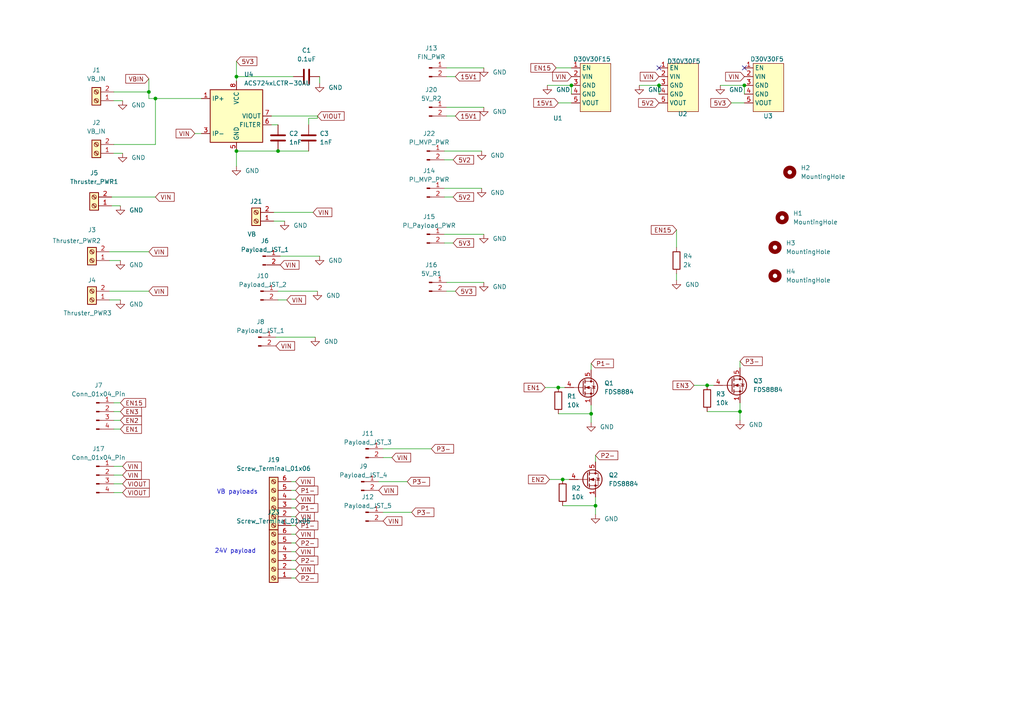
<source format=kicad_sch>
(kicad_sch (version 20231120) (generator "eeschema") (generator_version "8.0")
  (paper "A4")
  (lib_symbols
    (symbol "Connector:Conn_01x02_Male" (pin_names (offset 1.016) hide)
      (property "Reference" "J" (at 0 2.54 0))
      (property "Value" "Conn_01x02_Male" (at 0 -5.08 0))
      (symbol "Conn_01x02_Male_1_1"
        (polyline (pts (xy 1.27 -2.54) (xy 0.8636 -2.54)) (stroke (width 0.1524)))
        (polyline (pts (xy 1.27 0) (xy 0.8636 0)) (stroke (width 0.1524)))
        (rectangle (start 0.8636 -2.413) (end 0 -2.667) (stroke (width 0.1524)) (fill (type outline)))
        (rectangle (start 0.8636 0.127) (end 0 -0.127) (stroke (width 0.1524)) (fill (type outline)))
        (pin passive line (at 5.08 0 180) (length 3.81) (name "Pin_1") (number "1"))
        (pin passive line (at 5.08 -2.54 180) (length 3.81) (name "Pin_2") (number "2"))
      )
    )
    (symbol "Connector:Conn_01x04_Pin" (pin_names (offset 1.016) hide)
      (property "Reference" "J" (at 0 5.08 0))
      (property "Value" "Conn_01x04_Pin" (at 0 -7.62 0))
      (symbol "Conn_01x04_Pin_1_1"
        (polyline (pts (xy 1.27 -5.08) (xy 0.8636 -5.08)) (stroke (width 0.1524)))
        (polyline (pts (xy 1.27 -2.54) (xy 0.8636 -2.54)) (stroke (width 0.1524)))
        (polyline (pts (xy 1.27 0) (xy 0.8636 0)) (stroke (width 0.1524)))
        (polyline (pts (xy 1.27 2.54) (xy 0.8636 2.54)) (stroke (width 0.1524)))
        (rectangle (start 0.8636 -4.953) (end 0 -5.207) (stroke (width 0.1524)) (fill (type outline)))
        (rectangle (start 0.8636 -2.413) (end 0 -2.667) (stroke (width 0.1524)) (fill (type outline)))
        (rectangle (start 0.8636 0.127) (end 0 -0.127) (stroke (width 0.1524)) (fill (type outline)))
        (rectangle (start 0.8636 2.667) (end 0 2.413) (stroke (width 0.1524)) (fill (type outline)))
        (pin passive line (at 5.08 2.54 180) (length 3.81) (name "Pin_1") (number "1"))
        (pin passive line (at 5.08 0 180) (length 3.81) (name "Pin_2") (number "2"))
        (pin passive line (at 5.08 -2.54 180) (length 3.81) (name "Pin_3") (number "3"))
        (pin passive line (at 5.08 -5.08 180) (length 3.81) (name "Pin_4") (number "4"))
      )
    )
    (symbol "Connector:Screw_Terminal_01x02" (pin_names (offset 1.016) hide)
      (property "Reference" "J" (at 0 2.54 0))
      (property "Value" "Screw_Terminal_01x02" (at 0 -5.08 0))
      (symbol "Screw_Terminal_01x02_1_1"
        (rectangle (start -1.27 1.27) (end 1.27 -3.81) (stroke (width 0.254)) (fill (type background)))
        (circle (center 0 -2.54) (radius 0.635) (stroke (width 0.1524)))
        (polyline (pts (xy -0.5334 -2.2098) (xy 0.3302 -3.048)) (stroke (width 0.1524)))
        (polyline (pts (xy -0.5334 0.3302) (xy 0.3302 -0.508)) (stroke (width 0.1524)))
        (polyline (pts (xy -0.3556 -2.032) (xy 0.508 -2.8702)) (stroke (width 0.1524)))
        (polyline (pts (xy -0.3556 0.508) (xy 0.508 -0.3302)) (stroke (width 0.1524)))
        (circle (center 0 0) (radius 0.635) (stroke (width 0.1524)))
        (pin passive line (at -5.08 0 0) (length 3.81) (name "Pin_1") (number "1"))
        (pin passive line (at -5.08 -2.54 0) (length 3.81) (name "Pin_2") (number "2"))
      )
    )
    (symbol "Connector:Screw_Terminal_01x06" (pin_names (offset 1.016) hide)
      (property "Reference" "J" (at 0 7.62 0))
      (property "Value" "Screw_Terminal_01x06" (at 0 -10.16 0))
      (symbol "Screw_Terminal_01x06_1_1"
        (rectangle (start -1.27 6.35) (end 1.27 -8.89) (stroke (width 0.254)) (fill (type background)))
        (circle (center 0 -7.62) (radius 0.635) (stroke (width 0.1524)))
        (circle (center 0 -5.08) (radius 0.635) (stroke (width 0.1524)))
        (circle (center 0 -2.54) (radius 0.635) (stroke (width 0.1524)))
        (polyline (pts (xy -0.5334 -7.2898) (xy 0.3302 -8.128)) (stroke (width 0.1524)))
        (polyline (pts (xy -0.5334 -4.7498) (xy 0.3302 -5.588)) (stroke (width 0.1524)))
        (polyline (pts (xy -0.5334 -2.2098) (xy 0.3302 -3.048)) (stroke (width 0.1524)))
        (polyline (pts (xy -0.5334 0.3302) (xy 0.3302 -0.508)) (stroke (width 0.1524)))
        (polyline (pts (xy -0.5334 2.8702) (xy 0.3302 2.032)) (stroke (width 0.1524)))
        (polyline (pts (xy -0.5334 5.4102) (xy 0.3302 4.572)) (stroke (width 0.1524)))
        (polyline (pts (xy -0.3556 -7.112) (xy 0.508 -7.9502)) (stroke (width 0.1524)))
        (polyline (pts (xy -0.3556 -4.572) (xy 0.508 -5.4102)) (stroke (width 0.1524)))
        (polyline (pts (xy -0.3556 -2.032) (xy 0.508 -2.8702)) (stroke (width 0.1524)))
        (polyline (pts (xy -0.3556 0.508) (xy 0.508 -0.3302)) (stroke (width 0.1524)))
        (polyline (pts (xy -0.3556 3.048) (xy 0.508 2.2098)) (stroke (width 0.1524)))
        (polyline (pts (xy -0.3556 5.588) (xy 0.508 4.7498)) (stroke (width 0.1524)))
        (circle (center 0 0) (radius 0.635) (stroke (width 0.1524)))
        (circle (center 0 2.54) (radius 0.635) (stroke (width 0.1524)))
        (circle (center 0 5.08) (radius 0.635) (stroke (width 0.1524)))
        (pin passive line (at -5.08 5.08 0) (length 3.81) (name "Pin_1") (number "1"))
        (pin passive line (at -5.08 2.54 0) (length 3.81) (name "Pin_2") (number "2"))
        (pin passive line (at -5.08 0 0) (length 3.81) (name "Pin_3") (number "3"))
        (pin passive line (at -5.08 -2.54 0) (length 3.81) (name "Pin_4") (number "4"))
        (pin passive line (at -5.08 -5.08 0) (length 3.81) (name "Pin_5") (number "5"))
        (pin passive line (at -5.08 -7.62 0) (length 3.81) (name "Pin_6") (number "6"))
      )
    )
    (symbol "Device:C" (pin_numbers hide) (pin_names (offset 0.254))
      (property "Reference" "C" (at 0.635 2.54 0))
      (property "Value" "C" (at 0.635 -2.54 0))
      (symbol "C_0_1"
        (polyline (pts (xy -2.032 -0.762) (xy 2.032 -0.762)) (stroke (width 0.508)))
        (polyline (pts (xy -2.032 0.762) (xy 2.032 0.762)) (stroke (width 0.508)))
      )
      (symbol "C_1_1"
        (pin passive line (at 0 3.81 270) (length 2.794) (name "~") (number "1"))
        (pin passive line (at 0 -3.81 90) (length 2.794) (name "~") (number "2"))
      )
    )
    (symbol "Device:R" (pin_numbers hide) (pin_names (offset 0))
      (property "Reference" "R" (at 2.032 0 90))
      (property "Value" "R" (at 0 0 90))
      (symbol "R_0_1"
        (rectangle (start -1.016 -2.54) (end 1.016 2.54) (stroke (width 0.254)))
      )
      (symbol "R_1_1"
        (pin passive line (at 0 3.81 270) (length 1.27) (name "~") (number "1"))
        (pin passive line (at 0 -3.81 90) (length 1.27) (name "~") (number "2"))
      )
    )
    (symbol "Mechanical:MountingHole" (pin_names (offset 1.016))
      (property "Reference" "H" (at 0 5.08 0))
      (property "Value" "MountingHole" (at 0 3.175 0))
      (symbol "MountingHole_0_1"
        (circle (center 0 0) (radius 1.27) (stroke (width 1.27)))
      )
    )
    (symbol "Pololu:D36V28F5"
      (property "Reference" "U" (at -5.08 -1.27 0))
      (property "Value" "D36V28F5" (at -2.54 -3.81 0))
      (symbol "D36V28F5_0_1"
        (rectangle (start 0 13.97) (end 8.89 0) (fill (type background)))
      )
      (symbol "D36V28F5_1_1"
        (pin input line (at 11.43 1.27 180) (length 2.54) (name "EN") (number "1"))
        (pin input line (at 11.43 3.81 180) (length 2.54) (name "VIN") (number "2"))
        (pin input line (at 11.43 6.35 180) (length 2.54) (name "GND") (number "3"))
        (pin input line (at 11.43 8.89 180) (length 2.54) (name "GND") (number "4"))
        (pin input line (at 11.43 11.43 180) (length 2.54) (name "VOUT") (number "5"))
      )
    )
    (symbol "Sensor_Current:ACS724xLCTR-30AU"
      (property "Reference" "U" (at 2.54 11.43 0))
      (property "Value" "ACS724xLCTR-30AU" (at 2.54 8.89 0))
      (symbol "ACS724xLCTR-30AU_0_1"
        (rectangle (start -7.62 7.62) (end 7.62 -7.62) (stroke (width 0.254)) (fill (type background)))
      )
      (symbol "ACS724xLCTR-30AU_1_1"
        (pin passive line (at -10.16 5.08 0) (length 2.54) (name "IP+") (number "1"))
        (pin passive line (at -10.16 5.08 0) (length 2.54) hide (name "IP+") (number "2"))
        (pin passive line (at -10.16 -5.08 0) (length 2.54) (name "IP-") (number "3"))
        (pin passive line (at -10.16 -5.08 0) (length 2.54) hide (name "IP-") (number "4"))
        (pin power_in line (at 0 -10.16 90) (length 2.54) (name "GND") (number "5"))
        (pin passive line (at 10.16 -2.54 180) (length 2.54) (name "FILTER") (number "6"))
        (pin output line (at 10.16 0 180) (length 2.54) (name "VIOUT") (number "7"))
        (pin power_in line (at 0 10.16 270) (length 2.54) (name "VCC") (number "8"))
      )
    )
    (symbol "Transistor_FET:FDS2734" (pin_names hide)
      (property "Reference" "Q" (at 5.08 2.54 0))
      (property "Value" "FDS2734" (at 5.08 0 0))
      (symbol "FDS2734_0_1"
        (polyline (pts (xy 0.254 0) (xy -2.54 0)))
        (polyline (pts (xy 0.254 1.905) (xy 0.254 -1.905)) (stroke (width 0.254)))
        (polyline (pts (xy 0.762 -1.27) (xy 0.762 -2.286)) (stroke (width 0.254)))
        (polyline (pts (xy 0.762 0.508) (xy 0.762 -0.508)) (stroke (width 0.254)))
        (polyline (pts (xy 0.762 2.286) (xy 0.762 1.27)) (stroke (width 0.254)))
        (polyline (pts (xy 2.54 2.54) (xy 2.54 1.778)))
        (polyline (pts (xy 2.54 -2.54) (xy 2.54 0) (xy 0.762 0)))
        (polyline (pts (xy 0.762 -1.778) (xy 3.302 -1.778) (xy 3.302 1.778) (xy 0.762 1.778)))
        (polyline (pts (xy 1.016 0) (xy 2.032 0.381) (xy 2.032 -0.381) (xy 1.016 0)) (fill (type outline)))
        (polyline (pts (xy 2.794 0.508) (xy 2.921 0.381) (xy 3.683 0.381) (xy 3.81 0.254)))
        (polyline (pts (xy 3.302 0.381) (xy 2.921 -0.254) (xy 3.683 -0.254) (xy 3.302 0.381)))
        (circle (center 1.651 0) (radius 2.794) (stroke (width 0.254)))
        (circle (center 2.54 -1.778) (radius 0.254) (fill (type outline)))
        (circle (center 2.54 1.778) (radius 0.254) (fill (type outline)))
      )
      (symbol "FDS2734_1_1"
        (pin passive line (at 2.54 -5.08 90) (length 2.54) (name "S") (number "1"))
        (pin passive line (at 2.54 -5.08 90) (length 2.54) hide (name "S") (number "2"))
        (pin passive line (at 2.54 -5.08 90) (length 2.54) hide (name "S") (number "3"))
        (pin input line (at -5.08 0 0) (length 2.54) (name "G") (number "4"))
        (pin passive line (at 2.54 5.08 270) (length 2.54) (name "D") (number "5"))
        (pin passive line (at 2.54 5.08 270) (length 2.54) hide (name "D") (number "6"))
        (pin passive line (at 2.54 5.08 270) (length 2.54) hide (name "D") (number "7"))
        (pin passive line (at 2.54 5.08 270) (length 2.54) hide (name "D") (number "8"))
      )
    )
    (symbol "power:GND" (power) (pin_names (offset 0))
      (property "Value" "GND" (at 0 -3.81 0))
      (symbol "GND_0_1"
        (polyline (pts (xy 0 0) (xy 0 -1.27) (xy 1.27 -1.27) (xy 0 -2.54) (xy -1.27 -1.27) (xy 0 -1.27)))
      )
      (symbol "GND_1_1"
        (pin power_in line (at 0 0 270) (length 0) hide (name "GND") (number "1"))
      )
    )
  )
  (junction (at 171.45 120.015))
  (junction (at 68.58 43.815))
  (junction (at 80.645 43.815))
  (junction (at 68.58 22.225))
  (junction (at 172.72 146.685))
  (junction (at 205.105 111.76))
  (junction (at 215.9 24.765))
  (junction (at 161.925 112.395))
  (junction (at 163.195 139.065))
  (junction (at 214.63 119.38))
  (junction (at 43.18 26.67))
  (junction (at 191.135 24.765))
  (junction (at 165.735 24.765))
  (junction (at 45.085 28.575))
  (no_connect (at 215.9 19.685))
  (no_connect (at 191.135 19.685))
  (wire (pts (xy 132.08 22.225) (xy 129.54 22.225)))
  (wire (pts (xy 92.075 34.29) (xy 89.535 34.29)))
  (wire (pts (xy 172.72 144.145) (xy 172.72 146.685)))
  (wire (pts (xy 109.855 139.7) (xy 118.11 139.7)))
  (wire (pts (xy 85.725 147.32) (xy 84.455 147.32)))
  (wire (pts (xy 85.725 154.94) (xy 84.455 154.94)))
  (wire (pts (xy 214.63 116.84) (xy 214.63 119.38)))
  (wire (pts (xy 43.18 73.025) (xy 31.75 73.025)))
  (wire (pts (xy 45.085 57.15) (xy 32.385 57.15)))
  (wire (pts (xy 83.185 86.995) (xy 80.645 86.995)))
  (wire (pts (xy 35.56 29.21) (xy 33.02 29.21)))
  (wire (pts (xy 43.18 28.575) (xy 43.18 26.67)))
  (wire (pts (xy 85.725 149.86) (xy 84.455 149.86)))
  (wire (pts (xy 35.56 135.255) (xy 33.02 135.255)))
  (wire (pts (xy 129.54 19.685) (xy 140.335 19.685)))
  (wire (pts (xy 163.195 139.065) (xy 165.1 139.065)))
  (wire (pts (xy 129.54 31.115) (xy 140.335 31.115)))
  (wire (pts (xy 132.08 84.455) (xy 129.54 84.455)))
  (wire (pts (xy 92.075 33.655) (xy 92.075 34.29)))
  (wire (pts (xy 85.725 152.4) (xy 84.455 152.4)))
  (wire (pts (xy 35.56 142.875) (xy 33.02 142.875)))
  (wire (pts (xy 131.445 57.15) (xy 128.905 57.15)))
  (wire (pts (xy 208.915 24.765) (xy 215.9 24.765)))
  (wire (pts (xy 34.925 119.38) (xy 33.02 119.38)))
  (wire (pts (xy 215.9 24.765) (xy 215.9 27.305)))
  (wire (pts (xy 91.44 97.79) (xy 80.01 97.79)))
  (wire (pts (xy 34.925 59.69) (xy 32.385 59.69)))
  (wire (pts (xy 196.215 66.675) (xy 196.215 71.755)))
  (wire (pts (xy 172.72 132.08) (xy 172.72 133.985)))
  (wire (pts (xy 191.135 24.765) (xy 191.135 27.305)))
  (wire (pts (xy 165.735 24.765) (xy 165.735 27.305)))
  (wire (pts (xy 82.55 64.135) (xy 79.375 64.135)))
  (wire (pts (xy 214.63 104.775) (xy 214.63 106.68)))
  (wire (pts (xy 205.105 111.76) (xy 207.01 111.76)))
  (wire (pts (xy 68.58 43.815) (xy 80.645 43.815)))
  (wire (pts (xy 68.58 22.225) (xy 85.09 22.225)))
  (wire (pts (xy 111.125 130.175) (xy 125.095 130.175)))
  (wire (pts (xy 196.215 81.28) (xy 196.215 79.375)))
  (wire (pts (xy 89.535 34.29) (xy 89.535 36.195)))
  (wire (pts (xy 214.63 119.38) (xy 214.63 121.92)))
  (wire (pts (xy 33.02 26.67) (xy 43.18 26.67)))
  (wire (pts (xy 85.725 144.78) (xy 84.455 144.78)))
  (wire (pts (xy 212.09 29.845) (xy 215.9 29.845)))
  (wire (pts (xy 90.805 61.595) (xy 79.375 61.595)))
  (wire (pts (xy 35.56 140.335) (xy 33.02 140.335)))
  (wire (pts (xy 205.105 119.38) (xy 214.63 119.38)))
  (wire (pts (xy 158.75 24.765) (xy 165.735 24.765)))
  (wire (pts (xy 185.42 24.765) (xy 191.135 24.765)))
  (wire (pts (xy 201.295 111.76) (xy 205.105 111.76)))
  (wire (pts (xy 35.56 44.45) (xy 33.02 44.45)))
  (wire (pts (xy 172.72 146.685) (xy 172.72 149.225)))
  (wire (pts (xy 85.725 162.56) (xy 84.455 162.56)))
  (wire (pts (xy 85.725 157.48) (xy 84.455 157.48)))
  (wire (pts (xy 171.45 120.015) (xy 171.45 122.555)))
  (wire (pts (xy 158.115 112.395) (xy 161.925 112.395)))
  (wire (pts (xy 161.29 19.685) (xy 165.735 19.685)))
  (wire (pts (xy 129.54 81.915) (xy 140.335 81.915)))
  (wire (pts (xy 34.925 121.92) (xy 33.02 121.92)))
  (wire (pts (xy 161.925 112.395) (xy 163.83 112.395)))
  (wire (pts (xy 131.445 70.485) (xy 128.905 70.485)))
  (wire (pts (xy 161.925 120.015) (xy 171.45 120.015)))
  (wire (pts (xy 85.725 139.7) (xy 84.455 139.7)))
  (wire (pts (xy 80.645 43.815) (xy 89.535 43.815)))
  (wire (pts (xy 92.71 74.295) (xy 81.28 74.295)))
  (wire (pts (xy 111.125 148.59) (xy 119.38 148.59)))
  (wire (pts (xy 35.56 137.795) (xy 33.02 137.795)))
  (wire (pts (xy 163.195 146.685) (xy 172.72 146.685)))
  (wire (pts (xy 34.925 75.565) (xy 31.75 75.565)))
  (wire (pts (xy 159.385 139.065) (xy 163.195 139.065)))
  (wire (pts (xy 34.925 124.46) (xy 33.02 124.46)))
  (wire (pts (xy 68.58 48.26) (xy 68.58 43.815)))
  (wire (pts (xy 34.925 116.84) (xy 33.02 116.84)))
  (wire (pts (xy 78.74 33.655) (xy 92.075 33.655)))
  (wire (pts (xy 33.02 41.91) (xy 45.085 41.91)))
  (wire (pts (xy 85.725 167.64) (xy 84.455 167.64)))
  (wire (pts (xy 68.58 22.225) (xy 68.58 23.495)))
  (wire (pts (xy 128.905 43.815) (xy 139.7 43.815)))
  (wire (pts (xy 43.18 22.86) (xy 43.18 26.67)))
  (wire (pts (xy 161.925 29.845) (xy 165.735 29.845)))
  (wire (pts (xy 45.085 41.91) (xy 45.085 28.575)))
  (wire (pts (xy 85.725 160.02) (xy 84.455 160.02)))
  (wire (pts (xy 131.445 46.355) (xy 128.905 46.355)))
  (wire (pts (xy 56.515 38.735) (xy 58.42 38.735)))
  (wire (pts (xy 128.905 67.945) (xy 140.335 67.945)))
  (wire (pts (xy 68.58 17.78) (xy 68.58 22.225)))
  (wire (pts (xy 43.18 28.575) (xy 45.085 28.575)))
  (wire (pts (xy 92.71 22.225) (xy 92.71 24.13)))
  (wire (pts (xy 128.905 54.61) (xy 139.7 54.61)))
  (wire (pts (xy 113.665 132.715) (xy 111.125 132.715)))
  (wire (pts (xy 132.08 33.655) (xy 129.54 33.655)))
  (wire (pts (xy 80.645 36.195) (xy 78.74 36.195)))
  (wire (pts (xy 80.645 84.455) (xy 92.075 84.455)))
  (wire (pts (xy 171.45 117.475) (xy 171.45 120.015)))
  (wire (pts (xy 34.925 86.995) (xy 31.75 86.995)))
  (wire (pts (xy 171.45 105.41) (xy 171.45 107.315)))
  (wire (pts (xy 85.725 165.1) (xy 84.455 165.1)))
  (wire (pts (xy 85.725 142.24) (xy 84.455 142.24)))
  (wire (pts (xy 45.085 28.575) (xy 58.42 28.575)))
  (wire (pts (xy 43.18 84.455) (xy 31.75 84.455)))
  (text "VB payloads" (at 62.865 143.51 0) (effects (font (size 1.27 1.27)) (justify left bottom)))
  (text "24V payload" (at 62.23 160.655 0) (effects (font (size 1.27 1.27)) (justify left bottom)))
  (global_label "P3-" (shape input) (at 125.095 130.175 0) (property "Intersheetrefs" "${INTERSHEET_REFS}" (effects (hide yes))))
  (global_label "EN15" (shape input) (at 196.215 66.675 180) (property "Intersheetrefs" "${INTERSHEET_REFS}" (effects (hide yes))))
  (global_label "P1-" (shape input) (at 85.725 147.32 0) (property "Intersheetrefs" "${INTERSHEET_REFS}" (effects (hide yes))))
  (global_label "VIN" (shape input) (at 90.805 61.595 0) (property "Intersheetrefs" "${INTERSHEET_REFS}" (effects (hide yes))))
  (global_label "P2-" (shape input) (at 85.725 167.64 0) (property "Intersheetrefs" "${INTERSHEET_REFS}" (effects (hide yes))))
  (global_label "VIN" (shape input) (at 56.515 38.735 180) (property "Intersheetrefs" "${INTERSHEET_REFS}" (effects (hide yes))))
  (global_label "EN15" (shape input) (at 34.925 116.84 0) (property "Intersheetrefs" "${INTERSHEET_REFS}" (effects (hide yes))))
  (global_label "5V2" (shape input) (at 191.135 29.845 180) (property "Intersheetrefs" "${INTERSHEET_REFS}" (effects (hide yes))))
  (global_label "EN2" (shape input) (at 34.925 121.92 0) (property "Intersheetrefs" "${INTERSHEET_REFS}" (effects (hide yes))))
  (global_label "15V1" (shape input) (at 132.08 22.225 0) (property "Intersheetrefs" "${INTERSHEET_REFS}" (effects (hide yes))))
  (global_label "15V1" (shape input) (at 132.08 33.655 0) (property "Intersheetrefs" "${INTERSHEET_REFS}" (effects (hide yes))))
  (global_label "5V3" (shape input) (at 131.445 70.485 0) (property "Intersheetrefs" "${INTERSHEET_REFS}" (effects (hide yes))))
  (global_label "VIN" (shape input) (at 85.725 144.78 0) (property "Intersheetrefs" "${INTERSHEET_REFS}" (effects (hide yes))))
  (global_label "VIOUT" (shape input) (at 35.56 142.875 0) (property "Intersheetrefs" "${INTERSHEET_REFS}" (effects (hide yes))))
  (global_label "EN2" (shape input) (at 159.385 139.065 180) (property "Intersheetrefs" "${INTERSHEET_REFS}" (effects (hide yes))))
  (global_label "VIN" (shape input) (at 81.28 76.835 0) (property "Intersheetrefs" "${INTERSHEET_REFS}" (effects (hide yes))))
  (global_label "VIN" (shape input) (at 43.18 73.025 0) (property "Intersheetrefs" "${INTERSHEET_REFS}" (effects (hide yes))))
  (global_label "5V2" (shape input) (at 131.445 46.355 0) (property "Intersheetrefs" "${INTERSHEET_REFS}" (effects (hide yes))))
  (global_label "VIN" (shape input) (at 85.725 154.94 0) (property "Intersheetrefs" "${INTERSHEET_REFS}" (effects (hide yes))))
  (global_label "P2-" (shape input) (at 172.72 132.08 0) (property "Intersheetrefs" "${INTERSHEET_REFS}" (effects (hide yes))))
  (global_label "5V3" (shape input) (at 132.08 84.455 0) (property "Intersheetrefs" "${INTERSHEET_REFS}" (effects (hide yes))))
  (global_label "5V3" (shape input) (at 68.58 17.78 0) (property "Intersheetrefs" "${INTERSHEET_REFS}" (effects (hide yes))))
  (global_label "EN1" (shape input) (at 34.925 124.46 0) (property "Intersheetrefs" "${INTERSHEET_REFS}" (effects (hide yes))))
  (global_label "EN1" (shape input) (at 158.115 112.395 180) (property "Intersheetrefs" "${INTERSHEET_REFS}" (effects (hide yes))))
  (global_label "VIN" (shape input) (at 43.18 84.455 0) (property "Intersheetrefs" "${INTERSHEET_REFS}" (effects (hide yes))))
  (global_label "P1-" (shape input) (at 171.45 105.41 0) (property "Intersheetrefs" "${INTERSHEET_REFS}" (effects (hide yes))))
  (global_label "P3-" (shape input) (at 119.38 148.59 0) (property "Intersheetrefs" "${INTERSHEET_REFS}" (effects (hide yes))))
  (global_label "5V3" (shape input) (at 212.09 29.845 180) (property "Intersheetrefs" "${INTERSHEET_REFS}" (effects (hide yes))))
  (global_label "VIN" (shape input) (at 35.56 137.795 0) (property "Intersheetrefs" "${INTERSHEET_REFS}" (effects (hide yes))))
  (global_label "VIOUT" (shape input) (at 35.56 140.335 0) (property "Intersheetrefs" "${INTERSHEET_REFS}" (effects (hide yes))))
  (global_label "VIN" (shape input) (at 85.725 139.7 0) (property "Intersheetrefs" "${INTERSHEET_REFS}" (effects (hide yes))))
  (global_label "VIN" (shape input) (at 35.56 135.255 0) (property "Intersheetrefs" "${INTERSHEET_REFS}" (effects (hide yes))))
  (global_label "VIN" (shape input) (at 83.185 86.995 0) (property "Intersheetrefs" "${INTERSHEET_REFS}" (effects (hide yes))))
  (global_label "VIN" (shape input) (at 191.135 22.225 180) (property "Intersheetrefs" "${INTERSHEET_REFS}" (effects (hide yes))))
  (global_label "VBIN" (shape input) (at 43.18 22.86 180) (property "Intersheetrefs" "${INTERSHEET_REFS}" (effects (hide yes))))
  (global_label "VIN" (shape input) (at 113.665 132.715 0) (property "Intersheetrefs" "${INTERSHEET_REFS}" (effects (hide yes))))
  (global_label "VIN" (shape input) (at 85.725 149.86 0) (property "Intersheetrefs" "${INTERSHEET_REFS}" (effects (hide yes))))
  (global_label "VIOUT" (shape input) (at 92.075 33.655 0) (property "Intersheetrefs" "${INTERSHEET_REFS}" (effects (hide yes))))
  (global_label "EN15" (shape input) (at 161.29 19.685 180) (property "Intersheetrefs" "${INTERSHEET_REFS}" (effects (hide yes))))
  (global_label "P1-" (shape input) (at 85.725 152.4 0) (property "Intersheetrefs" "${INTERSHEET_REFS}" (effects (hide yes))))
  (global_label "P2-" (shape input) (at 85.725 157.48 0) (property "Intersheetrefs" "${INTERSHEET_REFS}" (effects (hide yes))))
  (global_label "P3-" (shape input) (at 214.63 104.775 0) (property "Intersheetrefs" "${INTERSHEET_REFS}" (effects (hide yes))))
  (global_label "VIN" (shape input) (at 85.725 160.02 0) (property "Intersheetrefs" "${INTERSHEET_REFS}" (effects (hide yes))))
  (global_label "P2-" (shape input) (at 85.725 162.56 0) (property "Intersheetrefs" "${INTERSHEET_REFS}" (effects (hide yes))))
  (global_label "VIN" (shape input) (at 45.085 57.15 0) (property "Intersheetrefs" "${INTERSHEET_REFS}" (effects (hide yes))))
  (global_label "VIN" (shape input) (at 215.9 22.225 180) (property "Intersheetrefs" "${INTERSHEET_REFS}" (effects (hide yes))))
  (global_label "VIN" (shape input) (at 165.735 22.225 180) (property "Intersheetrefs" "${INTERSHEET_REFS}" (effects (hide yes))))
  (global_label "P1-" (shape input) (at 85.725 142.24 0) (property "Intersheetrefs" "${INTERSHEET_REFS}" (effects (hide yes))))
  (global_label "VIN" (shape input) (at 109.855 142.24 0) (property "Intersheetrefs" "${INTERSHEET_REFS}" (effects (hide yes))))
  (global_label "EN3" (shape input) (at 34.925 119.38 0) (property "Intersheetrefs" "${INTERSHEET_REFS}" (effects (hide yes))))
  (global_label "VIN" (shape input) (at 85.725 165.1 0) (property "Intersheetrefs" "${INTERSHEET_REFS}" (effects (hide yes))))
  (global_label "P3-" (shape input) (at 118.11 139.7 0) (property "Intersheetrefs" "${INTERSHEET_REFS}" (effects (hide yes))))
  (global_label "VIN" (shape input) (at 80.01 100.33 0) (property "Intersheetrefs" "${INTERSHEET_REFS}" (effects (hide yes))))
  (global_label "15V1" (shape input) (at 161.925 29.845 180) (property "Intersheetrefs" "${INTERSHEET_REFS}" (effects (hide yes))))
  (global_label "EN3" (shape input) (at 201.295 111.76 180) (property "Intersheetrefs" "${INTERSHEET_REFS}" (effects (hide yes))))
  (global_label "VIN" (shape input) (at 111.125 151.13 0) (property "Intersheetrefs" "${INTERSHEET_REFS}" (effects (hide yes))))
  (global_label "5V2" (shape input) (at 131.445 57.15 0) (property "Intersheetrefs" "${INTERSHEET_REFS}" (effects (hide yes))))
  (symbol (lib_id "power:GND") (at 140.335 31.115 0) (unit 1)
    (property "Reference" "#PWR020" (effects (hide yes)))
    (property "Value" "GND" (at 142.875 32.3849 0) (effects (justify left)))
  )
  (symbol (lib_id "Mechanical:MountingHole") (at 226.8561 63.1455 0) (unit 1)
    (property "Reference" "H1" (at 230.0311 61.8754 0) (effects (justify left)))
    (property "Value" "MountingHole" (at 230.0311 64.4154 0) (effects (justify left)))
    (property "Footprint" "MountingHole:MountingHole_2.7mm_M2.5" (effects (hide yes)))
  )
  (symbol (lib_id "Device:R") (at 205.105 115.57 0) (unit 1)
    (property "Reference" "R3" (at 207.645 114.3 0) (effects (justify left)))
    (property "Value" "10k" (at 207.645 116.84 0) (effects (justify left)))
    (property "Footprint" "Resistor_SMD:R_0805_2012Metric" (effects (hide yes)))
  )
  (symbol (lib_id "Mechanical:MountingHole") (at 224.79 80.01 0) (unit 1)
    (property "Reference" "H4" (at 227.965 78.7399 0) (effects (justify left)))
    (property "Value" "MountingHole" (at 227.965 81.2799 0) (effects (justify left)))
    (property "Footprint" "MountingHole:MountingHole_2.7mm_M2.5" (effects (hide yes)))
  )
  (symbol (lib_id "power:GND") (at 139.7 43.815 0) (unit 1)
    (property "Reference" "#PWR0102" (effects (hide yes)))
    (property "Value" "GND" (at 142.24 45.0849 0) (effects (justify left)))
  )
  (symbol (lib_id "Connector:Screw_Terminal_01x02") (at 27.94 44.45 180) (unit 1)
    (property "Reference" "J2" (at 27.94 35.56 0))
    (property "Value" "VB_IN" (at 27.94 38.1 0))
    (property "Footprint" "TerminalBlock:Pololu_5mm" (effects (hide yes)))
    (property "Datasheet" "https://www.pololu.com/product/2440" (effects (hide yes)))
  )
  (symbol (lib_id "Connector:Conn_01x02_Male") (at 124.46 31.115 0) (unit 1)
    (property "Reference" "J20" (at 125.095 26.035 0))
    (property "Value" "5V_R2" (at 125.095 28.575 0))
    (property "Footprint" "Connectors_JST:JST_XH_B02B-XH-A_02x2.50mm_Straight" (effects (hide yes)))
  )
  (symbol (lib_id "Device:R") (at 196.215 75.565 0) (unit 1)
    (property "Reference" "R4" (at 198.12 74.2949 0) (effects (justify left)))
    (property "Value" "2k" (at 198.12 76.8349 0) (effects (justify left)))
    (property "Footprint" "Resistor_SMD:R_0805_2012Metric" (effects (hide yes)))
  )
  (symbol (lib_id "Connector:Conn_01x04_Pin") (at 27.94 119.38 0) (unit 1)
    (property "Reference" "J7" (at 28.575 111.76 0))
    (property "Value" "Conn_01x04_Pin" (at 28.575 114.3 0))
    (property "Footprint" "Connector_JST:JST_SH_BM04B-SRSS-TB_1x04-1MP_P1.00mm_Vertical" (effects (hide yes)))
  )
  (symbol (lib_id "Device:R") (at 161.925 116.205 0) (unit 1)
    (property "Reference" "R1" (at 164.465 114.935 0) (effects (justify left)))
    (property "Value" "10k" (at 164.465 117.475 0) (effects (justify left)))
    (property "Footprint" "Resistor_SMD:R_0805_2012Metric" (effects (hide yes)))
  )
  (symbol (lib_id "Connector:Conn_01x02_Male") (at 76.2 74.295 0) (unit 1)
    (property "Reference" "J6" (at 76.835 69.85 0))
    (property "Value" "Payload_JST_1" (at 76.835 72.39 0))
    (property "Footprint" "Connector_JST:JST_XH_B2B-XH-A_1x02_P2.50mm_Vertical" (effects (hide yes)))
  )
  (symbol (lib_id "power:GND") (at 34.925 59.69 0) (unit 1)
    (property "Reference" "#PWR03" (effects (hide yes)))
    (property "Value" "GND" (at 37.465 60.9599 0) (effects (justify left)))
  )
  (symbol (lib_id "power:GND") (at 35.56 29.21 0) (unit 1)
    (property "Reference" "#PWR01" (effects (hide yes)))
    (property "Value" "GND" (at 38.1 30.4799 0) (effects (justify left)))
  )
  (symbol (lib_id "power:GND") (at 214.63 121.92 0) (unit 1)
    (property "Reference" "#PWR024" (effects (hide yes)))
    (property "Value" "GND" (at 217.17 123.1899 0) (effects (justify left)))
  )
  (symbol (lib_id "power:GND") (at 140.335 81.915 0) (unit 1)
    (property "Reference" "#PWR016" (effects (hide yes)))
    (property "Value" "GND" (at 142.875 83.1849 0) (effects (justify left)))
  )
  (symbol (lib_id "Connector:Conn_01x02_Male") (at 75.565 84.455 0) (unit 1)
    (property "Reference" "J10" (at 76.2 80.01 0))
    (property "Value" "Payload_JST_2" (at 76.2 82.55 0))
    (property "Footprint" "Connectors_JST:JST_XH_B02B-XH-A_02x2.50mm_Straight" (effects (hide yes)))
  )
  (symbol (lib_id "power:GND") (at 91.44 97.79 0) (unit 1)
    (property "Reference" "#PWR010" (effects (hide yes)))
    (property "Value" "GND" (at 93.98 99.0599 0) (effects (justify left)))
  )
  (symbol (lib_id "Pololu:D36V28F5") (at 202.565 18.415 180) (unit 1)
    (property "Reference" "U2" (at 199.3901 33.02 0) (effects (justify left)))
    (property "Value" "D30V30F5" (at 203.2 17.78 0) (effects (justify left)))
    (property "Footprint" "Pololu:D36V28F5" (effects (hide yes)))
  )
  (symbol (lib_id "power:GND") (at 92.71 24.13 0) (unit 1)
    (property "Reference" "#PWR012" (effects (hide yes)))
    (property "Value" "GND" (at 95.25 25.3999 0) (effects (justify left)))
  )
  (symbol (lib_id "power:GND") (at 140.335 19.685 0) (unit 1)
    (property "Reference" "#PWR013" (effects (hide yes)))
    (property "Value" "GND" (at 142.875 20.9549 0) (effects (justify left)))
  )
  (symbol (lib_id "Connector:Screw_Terminal_01x02") (at 26.67 86.995 180) (unit 1)
    (property "Reference" "J4" (at 26.67 81.28 0))
    (property "Value" "Thruster_PWR3" (at 25.4 90.805 0))
    (property "Footprint" "TerminalBlock:Pololu_5mm" (effects (hide yes)))
    (property "Datasheet" "https://www.pololu.com/product/2440" (effects (hide yes)))
  )
  (symbol (lib_id "Mechanical:MountingHole") (at 224.79 71.755 0) (unit 1)
    (property "Reference" "H3" (at 227.965 70.4849 0) (effects (justify left)))
    (property "Value" "MountingHole" (at 227.965 73.0249 0) (effects (justify left)))
    (property "Footprint" "MountingHole:MountingHole_2.7mm_M2.5" (effects (hide yes)))
  )
  (symbol (lib_id "power:GND") (at 158.75 24.765 0) (unit 1)
    (property "Reference" "#PWR017" (effects (hide yes)))
    (property "Value" "GND" (at 161.29 26.0349 0) (effects (justify left)))
  )
  (symbol (lib_id "power:GND") (at 92.71 74.295 0) (unit 1)
    (property "Reference" "#PWR06" (effects (hide yes)))
    (property "Value" "GND" (at 95.25 75.5649 0) (effects (justify left)))
  )
  (symbol (lib_id "Transistor_FET:FDS2734") (at 168.91 112.395 0) (unit 1)
    (property "Reference" "Q1" (at 175.26 111.1249 0) (effects (justify left)))
    (property "Value" "FDS8884" (at 175.26 113.6649 0) (effects (justify left)))
    (property "Footprint" "Package_SO:SOIC-8_3.9x4.9mm_P1.27mm" (effects (hide yes)))
    (property "Datasheet" "http://www.onsemi.com/pub/Collateral/FDS2734-D.pdf" (effects (hide yes)))
    (property "Description" "3.0A Id, 250V Vds, N-Channel MOSFET, 117mOhm Ron, SOIC-8" (effects (hide yes)))
  )
  (symbol (lib_id "Connector:Conn_01x02_Male") (at 124.46 81.915 0) (unit 1)
    (property "Reference" "J16" (at 125.095 76.835 0))
    (property "Value" "5V_R1" (at 125.095 79.375 0))
    (property "Footprint" "Connectors_JST:JST_XH_B02B-XH-A_02x2.50mm_Straight" (effects (hide yes)))
  )
  (symbol (lib_id "Pololu:D36V28F5") (at 177.165 18.415 180) (unit 1)
    (property "Reference" "U1" (at 163.195 34.29 0) (effects (justify left)))
    (property "Value" "D30V30F15" (at 177.165 17.145 0) (effects (justify left)))
    (property "Footprint" "Pololu:D36V28F5" (effects (hide yes)))
  )
  (symbol (lib_id "power:GND") (at 34.925 86.995 0) (unit 1)
    (property "Reference" "#PWR05" (effects (hide yes)))
    (property "Value" "GND" (at 37.465 88.2649 0) (effects (justify left)))
  )
  (symbol (lib_id "Connector:Conn_01x02_Male") (at 74.93 97.79 0) (unit 1)
    (property "Reference" "J8" (at 75.565 93.345 0))
    (property "Value" "Payload_JST_1" (at 75.565 95.885 0))
    (property "Footprint" "Connector_JST:JST_XH_B2B-XH-A_1x02_P2.50mm_Vertical" (effects (hide yes)))
  )
  (symbol (lib_id "Device:R") (at 163.195 142.875 0) (unit 1)
    (property "Reference" "R2" (at 165.735 141.605 0) (effects (justify left)))
    (property "Value" "10k" (at 165.735 144.145 0) (effects (justify left)))
    (property "Footprint" "Resistor_SMD:R_0805_2012Metric" (effects (hide yes)))
  )
  (symbol (lib_id "Connector:Conn_01x02_Male") (at 123.825 43.815 0) (unit 1)
    (property "Reference" "J22" (at 124.46 38.735 0))
    (property "Value" "PI_MVP_PWR" (at 124.46 41.275 0))
    (property "Footprint" "Connectors_JST:JST_XH_B02B-XH-A_02x2.50mm_Straight" (effects (hide yes)))
  )
  (symbol (lib_id "Device:C") (at 89.535 40.005 180) (unit 1)
    (property "Reference" "C3" (at 92.71 38.7349 0) (effects (justify right)))
    (property "Value" "1nF" (at 92.71 41.2749 0) (effects (justify right)))
    (property "Footprint" "Capacitor_SMD:C_0805_2012Metric" (effects (hide yes)))
    (property "Description" "Unpolarized capacitor" (effects (hide yes)))
  )
  (symbol (lib_id "Transistor_FET:FDS2734") (at 170.18 139.065 0) (unit 1)
    (property "Reference" "Q2" (at 176.53 137.7949 0) (effects (justify left)))
    (property "Value" "FDS8884" (at 176.53 140.3349 0) (effects (justify left)))
    (property "Footprint" "Package_SO:SOIC-8_3.9x4.9mm_P1.27mm" (effects (hide yes)))
    (property "Datasheet" "http://www.onsemi.com/pub/Collateral/FDS2734-D.pdf" (effects (hide yes)))
    (property "Description" "3.0A Id, 250V Vds, N-Channel MOSFET, 117mOhm Ron, SOIC-8" (effects (hide yes)))
  )
  (symbol (lib_id "power:GND") (at 34.925 75.565 0) (unit 1)
    (property "Reference" "#PWR04" (effects (hide yes)))
    (property "Value" "GND" (at 37.465 76.8349 0) (effects (justify left)))
  )
  (symbol (lib_id "power:GND") (at 68.58 48.26 0) (unit 1)
    (property "Reference" "#PWR011" (effects (hide yes)))
    (property "Value" "GND" (at 71.12 49.5299 0) (effects (justify left)))
  )
  (symbol (lib_id "Connector:Screw_Terminal_01x02") (at 74.295 64.135 180) (unit 1)
    (property "Reference" "J21" (at 74.295 58.42 0))
    (property "Value" "VB" (at 73.025 67.945 0))
    (property "Footprint" "TerminalBlock:Pololu_5mm" (effects (hide yes)))
    (property "Datasheet" "https://www.pololu.com/product/2440" (effects (hide yes)))
  )
  (symbol (lib_id "power:GND") (at 208.915 24.765 0) (unit 1)
    (property "Reference" "#PWR022" (effects (hide yes)))
    (property "Value" "GND" (at 211.455 26.0349 0) (effects (justify left)))
  )
  (symbol (lib_id "Connector:Screw_Terminal_01x06") (at 79.375 162.56 180) (unit 1)
    (property "Reference" "J23" (at 79.375 148.59 0))
    (property "Value" "Screw_Terminal_01x06" (at 79.375 151.13 0))
    (property "Footprint" "TerminalBlock_TE-Connectivity:TerminalBlock_TE_282834-6_1x06_P2.54mm_Horizontal" (effects (hide yes)))
  )
  (symbol (lib_id "Connector:Conn_01x02_Male") (at 124.46 19.685 0) (unit 1)
    (property "Reference" "J13" (at 125.095 13.97 0))
    (property "Value" "FIN_PWR" (at 125.095 16.51 0))
    (property "Footprint" "Connectors_JST:JST_XH_B02B-XH-A_02x2.50mm_Straight" (effects (hide yes)))
  )
  (symbol (lib_id "Device:C") (at 80.645 40.005 180) (unit 1)
    (property "Reference" "C2" (at 83.82 38.7349 0) (effects (justify right)))
    (property "Value" "1nF" (at 83.82 41.2749 0) (effects (justify right)))
    (property "Footprint" "Capacitor_SMD:C_0805_2012Metric" (effects (hide yes)))
    (property "Description" "Unpolarized capacitor" (effects (hide yes)))
  )
  (symbol (lib_id "power:GND") (at 172.72 149.225 0) (unit 1)
    (property "Reference" "#PWR07" (effects (hide yes)))
    (property "Value" "GND" (at 175.26 150.4949 0) (effects (justify left)))
  )
  (symbol (lib_id "Transistor_FET:FDS2734") (at 212.09 111.76 0) (unit 1)
    (property "Reference" "Q3" (at 218.44 110.4899 0) (effects (justify left)))
    (property "Value" "FDS8884" (at 218.44 113.0299 0) (effects (justify left)))
    (property "Footprint" "Package_SO:SOIC-8_3.9x4.9mm_P1.27mm" (effects (hide yes)))
    (property "Datasheet" "http://www.onsemi.com/pub/Collateral/FDS2734-D.pdf" (effects (hide yes)))
    (property "Description" "3.0A Id, 250V Vds, N-Channel MOSFET, 117mOhm Ron, SOIC-8" (effects (hide yes)))
  )
  (symbol (lib_id "Connector:Conn_01x02_Male") (at 123.825 54.61 0) (unit 1)
    (property "Reference" "J14" (at 124.46 49.53 0))
    (property "Value" "PI_MVP_PWR" (at 124.46 52.07 0))
    (property "Footprint" "Connectors_JST:JST_XH_B02B-XH-A_02x2.50mm_Straight" (effects (hide yes)))
  )
  (symbol (lib_id "Pololu:D36V28F5") (at 227.33 18.415 180) (unit 1)
    (property "Reference" "U3" (at 224.155 33.655 0) (effects (justify left)))
    (property "Value" "D30V30F5" (at 227.33 17.145 0) (effects (justify left)))
    (property "Footprint" "Pololu:D36V28F5" (effects (hide yes)))
  )
  (symbol (lib_id "power:GND") (at 140.335 67.945 0) (unit 1)
    (property "Reference" "#PWR015" (effects (hide yes)))
    (property "Value" "GND" (at 142.875 69.2149 0) (effects (justify left)))
  )
  (symbol (lib_id "Connector:Conn_01x02_Male") (at 106.045 130.175 0) (unit 1)
    (property "Reference" "J11" (at 106.68 125.73 0))
    (property "Value" "Payload_JST_3" (at 106.68 128.27 0))
    (property "Footprint" "Connectors_JST:JST_XH_B02B-XH-A_02x2.50mm_Straight" (effects (hide yes)))
  )
  (symbol (lib_id "Connector:Conn_01x04_Pin") (at 27.94 137.795 0) (unit 1)
    (property "Reference" "J17" (at 28.575 130.175 0))
    (property "Value" "Conn_01x04_Pin" (at 28.575 132.715 0))
    (property "Footprint" "Connector_JST:JST_SH_BM04B-SRSS-TB_1x04-1MP_P1.00mm_Vertical" (effects (hide yes)))
  )
  (symbol (lib_id "Connector:Conn_01x02_Male") (at 104.775 139.7 0) (unit 1)
    (property "Reference" "J9" (at 105.41 135.255 0))
    (property "Value" "Payload_JST_4" (at 105.41 137.795 0))
    (property "Footprint" "Connectors_JST:JST_XH_B02B-XH-A_02x2.50mm_Straight" (effects (hide yes)))
  )
  (symbol (lib_id "power:GND") (at 171.45 122.555 0) (unit 1)
    (property "Reference" "#PWR025" (effects (hide yes)))
    (property "Value" "GND" (at 173.99 123.8249 0) (effects (justify left)))
  )
  (symbol (lib_id "power:GND") (at 185.42 24.765 0) (unit 1)
    (property "Reference" "#PWR021" (effects (hide yes)))
    (property "Value" "GND" (at 187.96 26.0349 0) (effects (justify left)))
  )
  (symbol (lib_id "power:GND") (at 92.075 84.455 0) (unit 1)
    (property "Reference" "#PWR08" (effects (hide yes)))
    (property "Value" "GND" (at 94.615 85.7249 0) (effects (justify left)))
  )
  (symbol (lib_id "power:GND") (at 35.56 44.45 0) (unit 1)
    (property "Reference" "#PWR02" (effects (hide yes)))
    (property "Value" "GND" (at 38.1 45.7199 0) (effects (justify left)))
  )
  (symbol (lib_id "Connector:Conn_01x02_Male") (at 123.825 67.945 0) (unit 1)
    (property "Reference" "J15" (at 124.46 62.865 0))
    (property "Value" "PI_Payload_PWR" (at 124.46 65.405 0))
    (property "Footprint" "Connectors_JST:JST_XH_B02B-XH-A_02x2.50mm_Straight" (effects (hide yes)))
  )
  (symbol (lib_id "Mechanical:MountingHole") (at 229.0655 49.9537 0) (unit 1)
    (property "Reference" "H2" (at 232.2405 48.6836 0) (effects (justify left)))
    (property "Value" "MountingHole" (at 232.2405 51.2236 0) (effects (justify left)))
    (property "Footprint" "MountingHole:MountingHole_2.7mm_M2.5" (effects (hide yes)))
  )
  (symbol (lib_id "Connector:Screw_Terminal_01x06") (at 79.375 147.32 180) (unit 1)
    (property "Reference" "J19" (at 79.375 133.35 0))
    (property "Value" "Screw_Terminal_01x06" (at 79.375 135.89 0))
    (property "Footprint" "TerminalBlock_TE-Connectivity:TerminalBlock_TE_282834-6_1x06_P2.54mm_Horizontal" (effects (hide yes)))
  )
  (symbol (lib_id "Connector:Screw_Terminal_01x02") (at 26.67 75.565 180) (unit 1)
    (property "Reference" "J3" (at 26.67 66.675 0))
    (property "Value" "Thruster_PWR2" (at 22.225 69.85 0))
    (property "Footprint" "TerminalBlock:Pololu_5mm" (effects (hide yes)))
    (property "Datasheet" "https://www.pololu.com/product/2440" (effects (hide yes)))
  )
  (symbol (lib_id "Connector:Screw_Terminal_01x02") (at 27.305 59.69 180) (unit 1)
    (property "Reference" "J5" (at 27.305 50.165 0))
    (property "Value" "Thruster_PWR1" (at 27.305 52.705 0))
    (property "Footprint" "TerminalBlock:Pololu_5mm" (effects (hide yes)))
    (property "Datasheet" "https://www.pololu.com/product/2440" (effects (hide yes)))
  )
  (symbol (lib_id "power:GND") (at 139.7 54.61 0) (unit 1)
    (property "Reference" "#PWR014" (effects (hide yes)))
    (property "Value" "GND" (at 142.24 55.8799 0) (effects (justify left)))
  )
  (symbol (lib_id "Sensor_Current:ACS724xLCTR-30AU") (at 68.58 33.655 0) (unit 1)
    (property "Reference" "U4" (at 70.7741 21.59 0) (effects (justify left)))
    (property "Value" "ACS724xLCTR-30AU" (at 70.7741 24.13 0) (effects (justify left)))
    (property "Footprint" "Package_SO:SOIC-8_3.9x4.9mm_P1.27mm" (effects (hide yes)))
    (property "Datasheet" "http://www.allegromicro.com/~/media/Files/Datasheets/ACS724-Datasheet.ashx?la=en" (effects (hide yes)))
    (property "Description" "30A Unidirectional Hall-Effect Current Sensor, +5.0V supply, 133mV/A, SOIC-8" (effects (hide yes)))
  )
  (symbol (lib_id "Connector:Screw_Terminal_01x02") (at 27.94 29.21 180) (unit 1)
    (property "Reference" "J1" (at 27.94 20.32 0))
    (property "Value" "VB_IN" (at 27.94 22.86 0))
    (property "Footprint" "TerminalBlock:Pololu_5mm" (effects (hide yes)))
    (property "Datasheet" "https://www.pololu.com/product/2440" (effects (hide yes)))
  )
  (symbol (lib_id "power:GND") (at 82.55 64.135 0) (unit 1)
    (property "Reference" "#PWR0101" (effects (hide yes)))
    (property "Value" "GND" (at 85.09 65.4049 0) (effects (justify left)))
  )
  (symbol (lib_id "Device:C") (at 88.9 22.225 90) (unit 1)
    (property "Reference" "C1" (at 88.9 14.605 90))
    (property "Value" "0.1uF" (at 88.9 17.145 90))
    (property "Footprint" "Capacitor_SMD:C_0805_2012Metric" (effects (hide yes)))
    (property "Description" "Unpolarized capacitor" (effects (hide yes)))
  )
  (symbol (lib_id "Connector:Conn_01x02_Male") (at 106.045 148.59 0) (unit 1)
    (property "Reference" "J12" (at 106.68 144.145 0))
    (property "Value" "Payload_JST_5" (at 106.68 146.685 0))
    (property "Footprint" "Connectors_JST:JST_XH_B02B-XH-A_02x2.50mm_Straight" (effects (hide yes)))
  )
  (symbol (lib_id "power:GND") (at 196.215 81.28 0) (unit 1)
    (property "Reference" "#PWR09" (effects (hide yes)))
    (property "Value" "GND" (at 198.755 82.5499 0) (effects (justify left)))
  )
)
</source>
